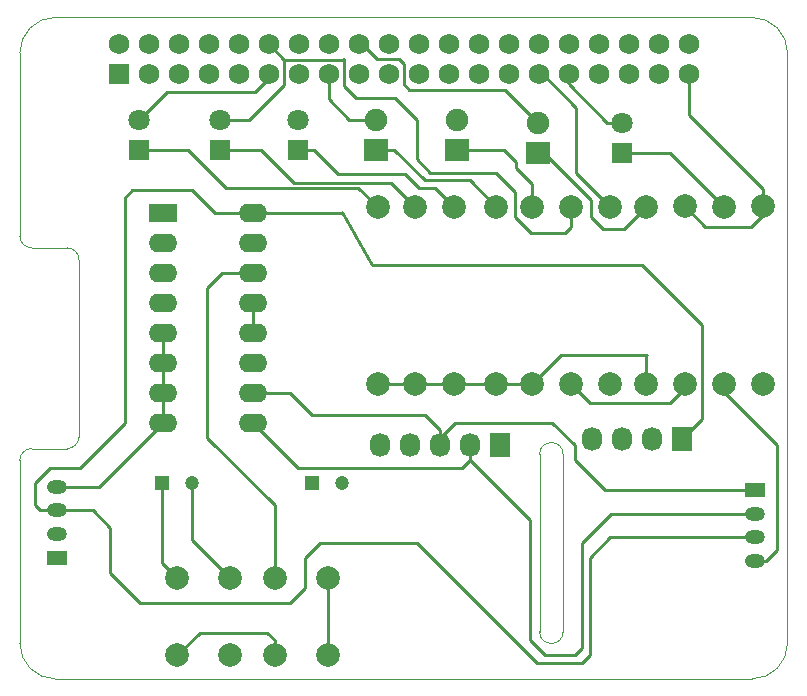
<source format=gbr>
G04 #@! TF.FileFunction,Copper,L1,Top,Signal*
%FSLAX46Y46*%
G04 Gerber Fmt 4.6, Leading zero omitted, Abs format (unit mm)*
G04 Created by KiCad (PCBNEW 4.0.6) date Friday 09 June 2017 11:09:25*
%MOMM*%
%LPD*%
G01*
G04 APERTURE LIST*
%ADD10C,0.100000*%
%ADD11R,2.000000X1.900000*%
%ADD12C,1.900000*%
%ADD13R,1.727200X2.032000*%
%ADD14O,1.727200X2.032000*%
%ADD15C,1.727200*%
%ADD16R,1.727200X1.727200*%
%ADD17C,1.998980*%
%ADD18C,2.000000*%
%ADD19R,1.800000X1.800000*%
%ADD20C,1.800000*%
%ADD21R,2.400000X1.600000*%
%ADD22O,2.400000X1.600000*%
%ADD23R,1.700000X1.200000*%
%ADD24O,1.700000X1.200000*%
%ADD25R,1.200000X1.200000*%
%ADD26C,1.200000*%
%ADD27C,0.250000*%
%ADD28C,0.010000*%
G04 APERTURE END LIST*
D10*
X92925900Y-30911800D02*
X92925900Y-80924400D01*
X27940000Y-30962600D02*
X27940000Y-46456600D01*
X92940000Y-30932000D02*
G75*
G03X89940000Y-27932000I-3000000J0D01*
G01*
X30940000Y-27932000D02*
X89940000Y-27932000D01*
X30940000Y-27932000D02*
G75*
G03X27940000Y-30932000I0J-3000000D01*
G01*
X73940000Y-79932000D02*
G75*
G02X71940000Y-79932000I-1000000J0D01*
G01*
X73940000Y-64932000D02*
G75*
G03X71940000Y-64932000I-1000000J0D01*
G01*
X73940000Y-64932000D02*
X73940000Y-79932000D01*
X71940000Y-64932000D02*
X71940000Y-79932000D01*
X28940000Y-64432000D02*
G75*
G03X27940000Y-65432000I0J-1000000D01*
G01*
X31940000Y-64432000D02*
G75*
G03X32940000Y-63432000I0J1000000D01*
G01*
X32940000Y-48432000D02*
G75*
G03X31940000Y-47432000I-1000000J0D01*
G01*
X27940000Y-46432000D02*
G75*
G03X28940000Y-47432000I1000000J0D01*
G01*
X89940000Y-83932000D02*
G75*
G03X92940000Y-80932000I0J3000000D01*
G01*
X27940000Y-80932000D02*
G75*
G03X30940000Y-83932000I3000000J0D01*
G01*
X27940000Y-65432000D02*
X27940000Y-80932000D01*
X28940000Y-64432000D02*
X31940000Y-64432000D01*
X28940000Y-47432000D02*
X31940000Y-47432000D01*
X32940000Y-48432000D02*
X32940000Y-63432000D01*
X30940000Y-83932000D02*
X89940000Y-83932000D01*
D11*
X71818500Y-39370000D03*
D12*
X71818500Y-36830000D03*
D13*
X84010500Y-63627000D03*
D14*
X81470500Y-63627000D03*
X78930500Y-63627000D03*
X76390500Y-63627000D03*
D15*
X64250000Y-32702000D03*
X61710000Y-32702000D03*
X66790000Y-32702000D03*
X69330000Y-32702000D03*
X79490000Y-32702000D03*
X76950000Y-32702000D03*
X71870000Y-32702000D03*
X74410000Y-32702000D03*
X82030000Y-32702000D03*
X84570000Y-32702000D03*
X59170000Y-32702000D03*
X56630000Y-32702000D03*
X49010000Y-32702000D03*
X46470000Y-32702000D03*
X51550000Y-32702000D03*
X54090000Y-32702000D03*
X43930000Y-32702000D03*
X41390000Y-32702000D03*
D16*
X36310000Y-32702000D03*
D15*
X38850000Y-32702000D03*
X38850000Y-30162000D03*
X36310000Y-30162000D03*
X41390000Y-30162000D03*
X43930000Y-30162000D03*
X54090000Y-30162000D03*
X51550000Y-30162000D03*
X46470000Y-30162000D03*
X49010000Y-30162000D03*
X56630000Y-30162000D03*
X59170000Y-30162000D03*
X84570000Y-30162000D03*
X82030000Y-30162000D03*
X74410000Y-30162000D03*
X71870000Y-30162000D03*
X76950000Y-30162000D03*
X79490000Y-30162000D03*
X69330000Y-30162000D03*
X66790000Y-30162000D03*
X61710000Y-30162000D03*
X64250000Y-30162000D03*
D17*
X87566500Y-43942000D03*
X87566500Y-58942000D03*
X90868500Y-58928000D03*
X90868500Y-43928000D03*
X58229500Y-44005500D03*
X58229500Y-59005500D03*
X77914500Y-43942000D03*
X77914500Y-58942000D03*
D18*
X54030000Y-81915000D03*
X49530000Y-81915000D03*
X54030000Y-75415000D03*
X49530000Y-75415000D03*
X45775000Y-81915000D03*
X41275000Y-81915000D03*
X45775000Y-75415000D03*
X41275000Y-75415000D03*
D19*
X78930500Y-39370000D03*
D20*
X78930500Y-36830000D03*
D17*
X61404500Y-43942000D03*
X61404500Y-58942000D03*
D19*
X38036500Y-39116000D03*
D20*
X38036500Y-36576000D03*
D19*
X44894500Y-39116000D03*
D20*
X44894500Y-36576000D03*
D19*
X51498500Y-39116000D03*
D20*
X51498500Y-36576000D03*
D17*
X64706500Y-43942000D03*
X64706500Y-58942000D03*
X84264500Y-58928000D03*
X84264500Y-43928000D03*
X68262500Y-43942000D03*
X68262500Y-58942000D03*
D11*
X58102500Y-39116000D03*
D12*
X58102500Y-36576000D03*
D11*
X64960500Y-39116000D03*
D12*
X64960500Y-36576000D03*
D17*
X74612500Y-43942000D03*
X74612500Y-58942000D03*
X71310500Y-43942000D03*
X71310500Y-58942000D03*
X80962500Y-43942000D03*
X80962500Y-58942000D03*
D21*
X40068500Y-44450000D03*
D22*
X47688500Y-62230000D03*
X40068500Y-46990000D03*
X47688500Y-59690000D03*
X40068500Y-49530000D03*
X47688500Y-57150000D03*
X40068500Y-52070000D03*
X47688500Y-54610000D03*
X40068500Y-54610000D03*
X47688500Y-52070000D03*
X40068500Y-57150000D03*
X47688500Y-49530000D03*
X40068500Y-59690000D03*
X47688500Y-46990000D03*
X40068500Y-62230000D03*
X47688500Y-44450000D03*
D13*
X68580000Y-64135000D03*
D14*
X66040000Y-64135000D03*
X63500000Y-64135000D03*
X60960000Y-64135000D03*
X58420000Y-64135000D03*
D23*
X31115000Y-73660000D03*
D24*
X31115000Y-71660000D03*
X31115000Y-69660000D03*
X31115000Y-67660000D03*
D23*
X90170000Y-67945000D03*
D24*
X90170000Y-69945000D03*
X90170000Y-71945000D03*
X90170000Y-73945000D03*
D25*
X52705000Y-67310000D03*
D26*
X55205000Y-67310000D03*
D25*
X40005000Y-67310000D03*
D26*
X42505000Y-67310000D03*
D27*
X54737000Y-44450000D02*
X55245000Y-44450000D01*
X90170000Y-71945000D02*
X77915000Y-71945000D01*
X34100000Y-69660000D02*
X31115000Y-69660000D01*
X35560000Y-71120000D02*
X34100000Y-69660000D01*
X35560000Y-74930000D02*
X35560000Y-71120000D01*
X38100000Y-77470000D02*
X35560000Y-74930000D01*
X50800000Y-77470000D02*
X38100000Y-77470000D01*
X52070000Y-76200000D02*
X50800000Y-77470000D01*
X52070000Y-73660000D02*
X52070000Y-76200000D01*
X53340000Y-72390000D02*
X52070000Y-73660000D01*
X61595000Y-72390000D02*
X53340000Y-72390000D01*
X71755000Y-82550000D02*
X61595000Y-72390000D01*
X75565000Y-82550000D02*
X71755000Y-82550000D01*
X76200000Y-81915000D02*
X75565000Y-82550000D01*
X76200000Y-73660000D02*
X76200000Y-81915000D01*
X77915000Y-71945000D02*
X76200000Y-73660000D01*
X31115000Y-69660000D02*
X29655000Y-69660000D01*
X44450000Y-44450000D02*
X47688500Y-44450000D01*
X42545000Y-42545000D02*
X44450000Y-44450000D01*
X37465000Y-42545000D02*
X42545000Y-42545000D01*
X36830000Y-43180000D02*
X37465000Y-42545000D01*
X36830000Y-62230000D02*
X36830000Y-43180000D01*
X33020000Y-66040000D02*
X36830000Y-62230000D01*
X30480000Y-66040000D02*
X33020000Y-66040000D01*
X29210000Y-67310000D02*
X30480000Y-66040000D01*
X29210000Y-69215000D02*
X29210000Y-67310000D01*
X29655000Y-69660000D02*
X29210000Y-69215000D01*
X85725000Y-61912500D02*
X84010500Y-63627000D01*
X85725000Y-53975000D02*
X85725000Y-61912500D01*
X80645000Y-48895000D02*
X85725000Y-53975000D01*
X57785000Y-48895000D02*
X80645000Y-48895000D01*
X55181500Y-44386500D02*
X57785000Y-48895000D01*
X47688500Y-44450000D02*
X54737000Y-44450000D01*
X71870000Y-32702000D02*
X72199000Y-32702000D01*
X72199000Y-32702000D02*
X75057000Y-35560000D01*
X75057000Y-35560000D02*
X75057000Y-41084500D01*
X75057000Y-41084500D02*
X77914500Y-43942000D01*
X40005000Y-67310000D02*
X40005000Y-74145000D01*
X40005000Y-74145000D02*
X41275000Y-75415000D01*
X49530000Y-81915000D02*
X49530000Y-80645000D01*
X43180000Y-80010000D02*
X41275000Y-81915000D01*
X48895000Y-80010000D02*
X43180000Y-80010000D01*
X49530000Y-80645000D02*
X48895000Y-80010000D01*
X49530000Y-75415000D02*
X49530000Y-69215000D01*
X49530000Y-69215000D02*
X43815000Y-63500000D01*
X43815000Y-63500000D02*
X43815000Y-50800000D01*
X43815000Y-50800000D02*
X45085000Y-49530000D01*
X45085000Y-49530000D02*
X47688500Y-49530000D01*
X74612500Y-43942000D02*
X74612500Y-45656500D01*
X55308500Y-31496000D02*
X50292000Y-31496000D01*
X55372000Y-31432500D02*
X55308500Y-31496000D01*
X55372000Y-33718500D02*
X55372000Y-31432500D01*
X56388000Y-34734500D02*
X55372000Y-33718500D01*
X59690000Y-34734500D02*
X56388000Y-34734500D01*
X61531500Y-36576000D02*
X59690000Y-34734500D01*
X61531500Y-39941500D02*
X61531500Y-36576000D01*
X62674500Y-41084500D02*
X61531500Y-39941500D01*
X68262500Y-41084500D02*
X62674500Y-41084500D01*
X69850000Y-42672000D02*
X68262500Y-41084500D01*
X69850000Y-44831000D02*
X69850000Y-42672000D01*
X71183500Y-46164500D02*
X69850000Y-44831000D01*
X74104500Y-46164500D02*
X71183500Y-46164500D01*
X74612500Y-45656500D02*
X74104500Y-46164500D01*
X49010000Y-30162000D02*
X49010000Y-30214000D01*
X49010000Y-30214000D02*
X50292000Y-31496000D01*
X50292000Y-31496000D02*
X50292000Y-33655000D01*
X50292000Y-33655000D02*
X47371000Y-36576000D01*
X47371000Y-36576000D02*
X44894500Y-36576000D01*
X74410000Y-32702000D02*
X74410000Y-33579500D01*
X77660500Y-36830000D02*
X78930500Y-36830000D01*
X74410000Y-33579500D02*
X77660500Y-36830000D01*
X49010000Y-32702000D02*
X49010000Y-33095500D01*
X49010000Y-33095500D02*
X47879000Y-34226500D01*
X47879000Y-34226500D02*
X40386000Y-34226500D01*
X40386000Y-34226500D02*
X38036500Y-36576000D01*
X54090000Y-30162000D02*
X54090000Y-30341000D01*
X63500000Y-64135000D02*
X63500000Y-63500000D01*
X63500000Y-63500000D02*
X64770000Y-62230000D01*
X77470000Y-67945000D02*
X90170000Y-67945000D01*
X74930000Y-65405000D02*
X77470000Y-67945000D01*
X74930000Y-64135000D02*
X74930000Y-65405000D01*
X73025000Y-62230000D02*
X74930000Y-64135000D01*
X64770000Y-62230000D02*
X73025000Y-62230000D01*
X63500000Y-64135000D02*
X63500000Y-62865000D01*
X50800000Y-59690000D02*
X47688500Y-59690000D01*
X52705000Y-61595000D02*
X50800000Y-59690000D01*
X62230000Y-61595000D02*
X52705000Y-61595000D01*
X63500000Y-62865000D02*
X62230000Y-61595000D01*
X66040000Y-64135000D02*
X66040000Y-65405000D01*
X66040000Y-65405000D02*
X71120000Y-70485000D01*
X78010000Y-69945000D02*
X90170000Y-69945000D01*
X75565000Y-72390000D02*
X78010000Y-69945000D01*
X75565000Y-81280000D02*
X75565000Y-72390000D01*
X74930000Y-81915000D02*
X75565000Y-81280000D01*
X72390000Y-81915000D02*
X74930000Y-81915000D01*
X71120000Y-80645000D02*
X72390000Y-81915000D01*
X71120000Y-70485000D02*
X71120000Y-80645000D01*
X51498500Y-66040000D02*
X47688500Y-62230000D01*
X65405000Y-66040000D02*
X51498500Y-66040000D01*
X66040000Y-65405000D02*
X65405000Y-66040000D01*
X51498500Y-32753500D02*
X51550000Y-32702000D01*
D28*
X51550000Y-36524500D02*
X51498500Y-36576000D01*
D27*
X54090000Y-32702000D02*
X54090000Y-34849500D01*
X55816500Y-36576000D02*
X58102500Y-36576000D01*
X54090000Y-34849500D02*
X55816500Y-36576000D01*
X54090000Y-32702000D02*
X54228500Y-32702000D01*
X56630000Y-30162000D02*
X56895500Y-30162000D01*
X56895500Y-30162000D02*
X58166000Y-31432500D01*
X58166000Y-31432500D02*
X60007500Y-31432500D01*
X60007500Y-31432500D02*
X60452000Y-31877000D01*
X60452000Y-31877000D02*
X60452000Y-33591500D01*
X60452000Y-33591500D02*
X60896500Y-34036000D01*
X60896500Y-34036000D02*
X69024500Y-34036000D01*
X69024500Y-34036000D02*
X71818500Y-36830000D01*
X90170000Y-73945000D02*
X91155000Y-73945000D01*
X92075000Y-64135000D02*
X87566500Y-59626500D01*
X92075000Y-73025000D02*
X92075000Y-64135000D01*
X91155000Y-73945000D02*
X92075000Y-73025000D01*
X87566500Y-59626500D02*
X87566500Y-58942000D01*
X31115000Y-67660000D02*
X34638500Y-67660000D01*
X34638500Y-67660000D02*
X40068500Y-62230000D01*
X40068500Y-54610000D02*
X40068500Y-57150000D01*
X40068500Y-57150000D02*
X40068500Y-59690000D01*
X40068500Y-59690000D02*
X40068500Y-62230000D01*
X64706500Y-58942000D02*
X68262500Y-58942000D01*
X58229500Y-59005500D02*
X61341000Y-59005500D01*
X61341000Y-59005500D02*
X61404500Y-58942000D01*
X61404500Y-58942000D02*
X68262500Y-58942000D01*
X68262500Y-58942000D02*
X71310500Y-58942000D01*
X71310500Y-58942000D02*
X73737500Y-56515000D01*
X73737500Y-56515000D02*
X81026000Y-56515000D01*
X81026000Y-56515000D02*
X80962500Y-56578500D01*
X80962500Y-58942000D02*
X80962500Y-56578500D01*
X80962500Y-56578500D02*
X81026000Y-56515000D01*
X90868500Y-43928000D02*
X90868500Y-42481500D01*
X84570000Y-36183000D02*
X84570000Y-32702000D01*
X90868500Y-42481500D02*
X84570000Y-36183000D01*
X90868500Y-43928000D02*
X90868500Y-44640500D01*
X90868500Y-44640500D02*
X89852500Y-45656500D01*
X89852500Y-45656500D02*
X85993000Y-45656500D01*
X85993000Y-45656500D02*
X84264500Y-43928000D01*
X47688500Y-52070000D02*
X47688500Y-54610000D01*
X78930500Y-39370000D02*
X82994500Y-39370000D01*
X82994500Y-39370000D02*
X87566500Y-43942000D01*
X38036500Y-39116000D02*
X42164000Y-39116000D01*
X56584002Y-42360002D02*
X58229500Y-44005500D01*
X45408002Y-42360002D02*
X56584002Y-42360002D01*
X42164000Y-39116000D02*
X45408002Y-42360002D01*
X44894500Y-39116000D02*
X48387000Y-39116000D01*
X59372500Y-41910000D02*
X61404500Y-43942000D01*
X51181000Y-41910000D02*
X59372500Y-41910000D01*
X48387000Y-39116000D02*
X51181000Y-41910000D01*
X51498500Y-39116000D02*
X52832000Y-39116000D01*
X63119000Y-42354500D02*
X64706500Y-43942000D01*
X61722000Y-42354500D02*
X63119000Y-42354500D01*
X60515500Y-41148000D02*
X61722000Y-42354500D01*
X54864000Y-41148000D02*
X60515500Y-41148000D01*
X52832000Y-39116000D02*
X54864000Y-41148000D01*
X58102500Y-39116000D02*
X59626500Y-39116000D01*
X66040000Y-41719500D02*
X68262500Y-43942000D01*
X62230000Y-41719500D02*
X66040000Y-41719500D01*
X59626500Y-39116000D02*
X62230000Y-41719500D01*
X64960500Y-39116000D02*
X68897500Y-39116000D01*
X71310500Y-42037000D02*
X71310500Y-43942000D01*
X69913500Y-40640000D02*
X71310500Y-42037000D01*
X69913500Y-40132000D02*
X69913500Y-40640000D01*
X68897500Y-39116000D02*
X69913500Y-40132000D01*
X76327000Y-43370500D02*
X76327000Y-44831000D01*
X76327000Y-44831000D02*
X77343000Y-45847000D01*
X77343000Y-45847000D02*
X79057500Y-45847000D01*
X71818500Y-39370000D02*
X72326500Y-39370000D01*
X72326500Y-39370000D02*
X76327000Y-43370500D01*
X79057500Y-45847000D02*
X80962500Y-43942000D01*
X54030000Y-75415000D02*
X54030000Y-81915000D01*
X42505000Y-67310000D02*
X42505000Y-72145000D01*
X42505000Y-72145000D02*
X45775000Y-75415000D01*
X84264500Y-58928000D02*
X84264500Y-59309000D01*
X84264500Y-59309000D02*
X82994500Y-60579000D01*
X82994500Y-60579000D02*
X76249500Y-60579000D01*
X76249500Y-60579000D02*
X74612500Y-58942000D01*
M02*

</source>
